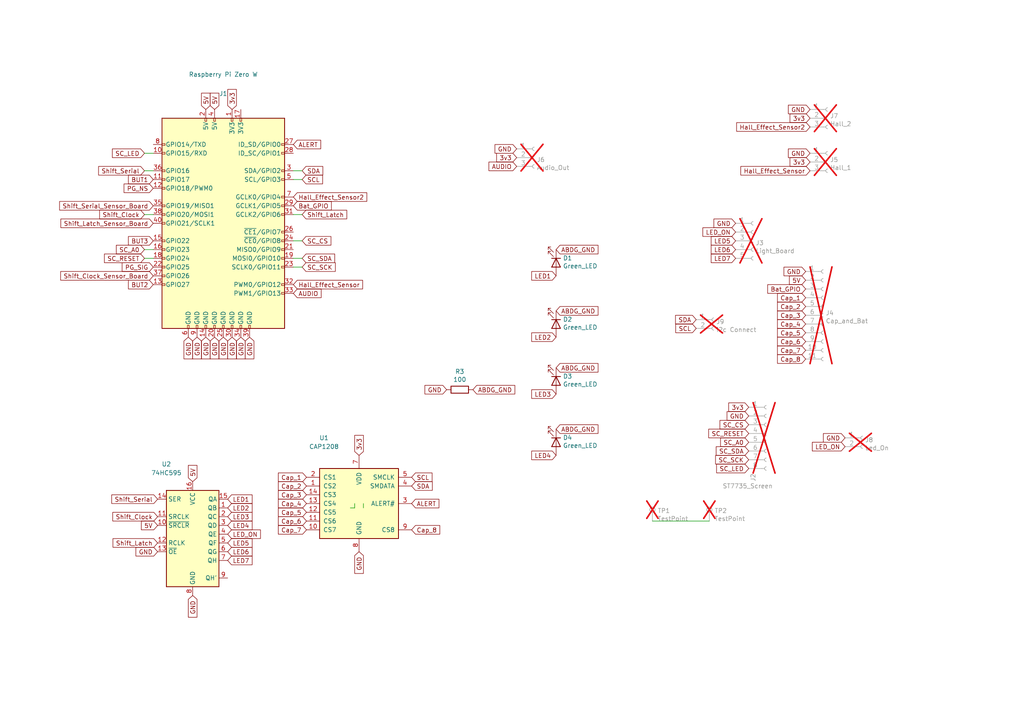
<source format=kicad_sch>
(kicad_sch (version 20231120) (generator "eeschema") (generator_version "8.0")
  (paper "A4")
  (title_block (title "Picorder 2 - TR-109 - Mainboard") (date "2024-11-19") (rev "4"))
  (lib_symbols
    (symbol "74xx:74HC595"
      (property "Reference" "U" (at -7.62 13.97 0))
      (property "Value" "74HC595" (at -7.62 -16.51 0))
      (symbol "74HC595_1_0"
        (pin tri_state line (at 10.16 7.62 180) (length 2.54) (name "QB") (number "1"))
        (pin input line (at -10.16 2.54 0) (length 2.54) (name "~{SRCLR}") (number "10"))
        (pin input line (at -10.16 5.08 0) (length 2.54) (name "SRCLK") (number "11"))
        (pin input line (at -10.16 -2.54 0) (length 2.54) (name "RCLK") (number "12"))
        (pin input line (at -10.16 -5.08 0) (length 2.54) (name "~{OE}") (number "13"))
        (pin input line (at -10.16 10.16 0) (length 2.54) (name "SER") (number "14"))
        (pin tri_state line (at 10.16 10.16 180) (length 2.54) (name "QA") (number "15"))
        (pin power_in line (at 0 15.24 270) (length 2.54) (name "VCC") (number "16"))
        (pin tri_state line (at 10.16 5.08 180) (length 2.54) (name "QC") (number "2"))
        (pin tri_state line (at 10.16 2.54 180) (length 2.54) (name "QD") (number "3"))
        (pin tri_state line (at 10.16 0 180) (length 2.54) (name "QE") (number "4"))
        (pin tri_state line (at 10.16 -2.54 180) (length 2.54) (name "QF") (number "5"))
        (pin tri_state line (at 10.16 -5.08 180) (length 2.54) (name "QG") (number "6"))
        (pin tri_state line (at 10.16 -7.62 180) (length 2.54) (name "QH") (number "7"))
        (pin power_in line (at 0 -17.78 90) (length 2.54) (name "GND") (number "8"))
        (pin output line (at 10.16 -12.7 180) (length 2.54) (name "QH'") (number "9"))
      )
      (symbol "74HC595_1_1"
        (rectangle (start -7.62 12.7) (end 7.62 -15.24) (stroke (width 0.254)) (fill (type background)))
      )
    )
    (symbol "Connector:Conn_01x02_Female" (pin_names (offset 1.016) hide)
      (property "Reference" "J" (at 0 2.54 0))
      (property "Value" "Conn_01x02_Female" (at 0 -5.08 0))
      (symbol "Conn_01x02_Female_1_1"
        (arc (start 0 -2.032) (mid -0.5058 -2.54) (end 0 -3.048) (stroke (width 0.1524)))
        (polyline (pts (xy -1.27 -2.54) (xy -0.508 -2.54)) (stroke (width 0.1524)))
        (polyline (pts (xy -1.27 0) (xy -0.508 0)) (stroke (width 0.1524)))
        (arc (start 0 0.508) (mid -0.5058 0) (end 0 -0.508) (stroke (width 0.1524)))
        (pin passive line (at -5.08 0 0) (length 3.81) (name "Pin_1") (number "1"))
        (pin passive line (at -5.08 -2.54 0) (length 3.81) (name "Pin_2") (number "2"))
      )
    )
    (symbol "Connector:Conn_01x03_Female" (pin_names (offset 1.016) hide)
      (property "Reference" "J" (at 0 5.08 0))
      (property "Value" "Conn_01x03_Female" (at 0 -5.08 0))
      (symbol "Conn_01x03_Female_1_1"
        (arc (start 0 -2.032) (mid -0.5058 -2.54) (end 0 -3.048) (stroke (width 0.1524)))
        (polyline (pts (xy -1.27 -2.54) (xy -0.508 -2.54)) (stroke (width 0.1524)))
        (polyline (pts (xy -1.27 0) (xy -0.508 0)) (stroke (width 0.1524)))
        (polyline (pts (xy -1.27 2.54) (xy -0.508 2.54)) (stroke (width 0.1524)))
        (arc (start 0 0.508) (mid -0.5058 0) (end 0 -0.508) (stroke (width 0.1524)))
        (arc (start 0 3.048) (mid -0.5058 2.54) (end 0 2.032) (stroke (width 0.1524)))
        (pin passive line (at -5.08 2.54 0) (length 3.81) (name "Pin_1") (number "1"))
        (pin passive line (at -5.08 0 0) (length 3.81) (name "Pin_2") (number "2"))
        (pin passive line (at -5.08 -2.54 0) (length 3.81) (name "Pin_3") (number "3"))
      )
    )
    (symbol "Connector:Conn_01x03_Socket" (pin_names (offset 1.016) hide)
      (property "Reference" "J" (at 0 5.08 0))
      (property "Value" "Conn_01x03_Socket" (at 0 -5.08 0))
      (symbol "Conn_01x03_Socket_1_1"
        (arc (start 0 -2.032) (mid -0.5058 -2.54) (end 0 -3.048) (stroke (width 0.1524)))
        (polyline (pts (xy -1.27 -2.54) (xy -0.508 -2.54)) (stroke (width 0.1524)))
        (polyline (pts (xy -1.27 0) (xy -0.508 0)) (stroke (width 0.1524)))
        (polyline (pts (xy -1.27 2.54) (xy -0.508 2.54)) (stroke (width 0.1524)))
        (arc (start 0 0.508) (mid -0.5058 0) (end 0 -0.508) (stroke (width 0.1524)))
        (arc (start 0 3.048) (mid -0.5058 2.54) (end 0 2.032) (stroke (width 0.1524)))
        (pin passive line (at -5.08 2.54 0) (length 3.81) (name "Pin_1") (number "1"))
        (pin passive line (at -5.08 0 0) (length 3.81) (name "Pin_2") (number "2"))
        (pin passive line (at -5.08 -2.54 0) (length 3.81) (name "Pin_3") (number "3"))
      )
    )
    (symbol "Connector:Conn_01x05_Female" (pin_names (offset 1.016) hide)
      (property "Reference" "J" (at 0 7.62 0))
      (property "Value" "Conn_01x05_Female" (at 0 -7.62 0))
      (symbol "Conn_01x05_Female_1_1"
        (arc (start 0 -4.572) (mid -0.5058 -5.08) (end 0 -5.588) (stroke (width 0.1524)))
        (arc (start 0 -2.032) (mid -0.5058 -2.54) (end 0 -3.048) (stroke (width 0.1524)))
        (polyline (pts (xy -1.27 -5.08) (xy -0.508 -5.08)) (stroke (width 0.1524)))
        (polyline (pts (xy -1.27 -2.54) (xy -0.508 -2.54)) (stroke (width 0.1524)))
        (polyline (pts (xy -1.27 0) (xy -0.508 0)) (stroke (width 0.1524)))
        (polyline (pts (xy -1.27 2.54) (xy -0.508 2.54)) (stroke (width 0.1524)))
        (polyline (pts (xy -1.27 5.08) (xy -0.508 5.08)) (stroke (width 0.1524)))
        (arc (start 0 0.508) (mid -0.5058 0) (end 0 -0.508) (stroke (width 0.1524)))
        (arc (start 0 3.048) (mid -0.5058 2.54) (end 0 2.032) (stroke (width 0.1524)))
        (arc (start 0 5.588) (mid -0.5058 5.08) (end 0 4.572) (stroke (width 0.1524)))
        (pin passive line (at -5.08 5.08 0) (length 3.81) (name "Pin_1") (number "1"))
        (pin passive line (at -5.08 2.54 0) (length 3.81) (name "Pin_2") (number "2"))
        (pin passive line (at -5.08 0 0) (length 3.81) (name "Pin_3") (number "3"))
        (pin passive line (at -5.08 -2.54 0) (length 3.81) (name "Pin_4") (number "4"))
        (pin passive line (at -5.08 -5.08 0) (length 3.81) (name "Pin_5") (number "5"))
      )
    )
    (symbol "Connector:Conn_01x08_Female" (pin_names (offset 1.016) hide)
      (property "Reference" "J" (at 0 10.16 0))
      (property "Value" "Conn_01x08_Female" (at 0 -12.7 0))
      (symbol "Conn_01x08_Female_1_1"
        (arc (start 0 -9.652) (mid -0.5058 -10.16) (end 0 -10.668) (stroke (width 0.1524)))
        (arc (start 0 -7.112) (mid -0.5058 -7.62) (end 0 -8.128) (stroke (width 0.1524)))
        (arc (start 0 -4.572) (mid -0.5058 -5.08) (end 0 -5.588) (stroke (width 0.1524)))
        (arc (start 0 -2.032) (mid -0.5058 -2.54) (end 0 -3.048) (stroke (width 0.1524)))
        (polyline (pts (xy -1.27 -10.16) (xy -0.508 -10.16)) (stroke (width 0.1524)))
        (polyline (pts (xy -1.27 -7.62) (xy -0.508 -7.62)) (stroke (width 0.1524)))
        (polyline (pts (xy -1.27 -5.08) (xy -0.508 -5.08)) (stroke (width 0.1524)))
        (polyline (pts (xy -1.27 -2.54) (xy -0.508 -2.54)) (stroke (width 0.1524)))
        (polyline (pts (xy -1.27 0) (xy -0.508 0)) (stroke (width 0.1524)))
        (polyline (pts (xy -1.27 2.54) (xy -0.508 2.54)) (stroke (width 0.1524)))
        (polyline (pts (xy -1.27 5.08) (xy -0.508 5.08)) (stroke (width 0.1524)))
        (polyline (pts (xy -1.27 7.62) (xy -0.508 7.62)) (stroke (width 0.1524)))
        (arc (start 0 0.508) (mid -0.5058 0) (end 0 -0.508) (stroke (width 0.1524)))
        (arc (start 0 3.048) (mid -0.5058 2.54) (end 0 2.032) (stroke (width 0.1524)))
        (arc (start 0 5.588) (mid -0.5058 5.08) (end 0 4.572) (stroke (width 0.1524)))
        (arc (start 0 8.128) (mid -0.5058 7.62) (end 0 7.112) (stroke (width 0.1524)))
        (pin passive line (at -5.08 7.62 0) (length 3.81) (name "Pin_1") (number "1"))
        (pin passive line (at -5.08 5.08 0) (length 3.81) (name "Pin_2") (number "2"))
        (pin passive line (at -5.08 2.54 0) (length 3.81) (name "Pin_3") (number "3"))
        (pin passive line (at -5.08 0 0) (length 3.81) (name "Pin_4") (number "4"))
        (pin passive line (at -5.08 -2.54 0) (length 3.81) (name "Pin_5") (number "5"))
        (pin passive line (at -5.08 -5.08 0) (length 3.81) (name "Pin_6") (number "6"))
        (pin passive line (at -5.08 -7.62 0) (length 3.81) (name "Pin_7") (number "7"))
        (pin passive line (at -5.08 -10.16 0) (length 3.81) (name "Pin_8") (number "8"))
      )
    )
    (symbol "Connector:Conn_01x11_Female" (pin_names (offset 1.016) hide)
      (property "Reference" "J" (at 0 15.24 0))
      (property "Value" "Conn_01x11_Female" (at 0 -15.24 0))
      (symbol "Conn_01x11_Female_1_1"
        (arc (start 0 -12.192) (mid -0.5058 -12.7) (end 0 -13.208) (stroke (width 0.1524)))
        (arc (start 0 -9.652) (mid -0.5058 -10.16) (end 0 -10.668) (stroke (width 0.1524)))
        (arc (start 0 -7.112) (mid -0.5058 -7.62) (end 0 -8.128) (stroke (width 0.1524)))
        (arc (start 0 -4.572) (mid -0.5058 -5.08) (end 0 -5.588) (stroke (width 0.1524)))
        (arc (start 0 -2.032) (mid -0.5058 -2.54) (end 0 -3.048) (stroke (width 0.1524)))
        (polyline (pts (xy -1.27 -12.7) (xy -0.508 -12.7)) (stroke (width 0.1524)))
        (polyline (pts (xy -1.27 -10.16) (xy -0.508 -10.16)) (stroke (width 0.1524)))
        (polyline (pts (xy -1.27 -7.62) (xy -0.508 -7.62)) (stroke (width 0.1524)))
        (polyline (pts (xy -1.27 -5.08) (xy -0.508 -5.08)) (stroke (width 0.1524)))
        (polyline (pts (xy -1.27 -2.54) (xy -0.508 -2.54)) (stroke (width 0.1524)))
        (polyline (pts (xy -1.27 0) (xy -0.508 0)) (stroke (width 0.1524)))
        (polyline (pts (xy -1.27 2.54) (xy -0.508 2.54)) (stroke (width 0.1524)))
        (polyline (pts (xy -1.27 5.08) (xy -0.508 5.08)) (stroke (width 0.1524)))
        (polyline (pts (xy -1.27 7.62) (xy -0.508 7.62)) (stroke (width 0.1524)))
        (polyline (pts (xy -1.27 10.16) (xy -0.508 10.16)) (stroke (width 0.1524)))
        (polyline (pts (xy -1.27 12.7) (xy -0.508 12.7)) (stroke (width 0.1524)))
        (arc (start 0 0.508) (mid -0.5058 0) (end 0 -0.508) (stroke (width 0.1524)))
        (arc (start 0 3.048) (mid -0.5058 2.54) (end 0 2.032) (stroke (width 0.1524)))
        (arc (start 0 5.588) (mid -0.5058 5.08) (end 0 4.572) (stroke (width 0.1524)))
        (arc (start 0 8.128) (mid -0.5058 7.62) (end 0 7.112) (stroke (width 0.1524)))
        (arc (start 0 10.668) (mid -0.5058 10.16) (end 0 9.652) (stroke (width 0.1524)))
        (arc (start 0 13.208) (mid -0.5058 12.7) (end 0 12.192) (stroke (width 0.1524)))
        (pin passive line (at -5.08 12.7 0) (length 3.81) (name "Pin_1") (number "1"))
        (pin passive line (at -5.08 -10.16 0) (length 3.81) (name "Pin_10") (number "10"))
        (pin passive line (at -5.08 -12.7 0) (length 3.81) (name "Pin_11") (number "11"))
        (pin passive line (at -5.08 10.16 0) (length 3.81) (name "Pin_2") (number "2"))
        (pin passive line (at -5.08 7.62 0) (length 3.81) (name "Pin_3") (number "3"))
        (pin passive line (at -5.08 5.08 0) (length 3.81) (name "Pin_4") (number "4"))
        (pin passive line (at -5.08 2.54 0) (length 3.81) (name "Pin_5") (number "5"))
        (pin passive line (at -5.08 0 0) (length 3.81) (name "Pin_6") (number "6"))
        (pin passive line (at -5.08 -2.54 0) (length 3.81) (name "Pin_7") (number "7"))
        (pin passive line (at -5.08 -5.08 0) (length 3.81) (name "Pin_8") (number "8"))
        (pin passive line (at -5.08 -7.62 0) (length 3.81) (name "Pin_9") (number "9"))
      )
    )
    (symbol "Connector:Raspberry_Pi_2_3" (pin_names (offset 1.016))
      (property "Reference" "J" (at -17.78 31.75 0))
      (property "Value" "Raspberry_Pi_2_3" (at 10.16 -31.75 0))
      (symbol "Raspberry_Pi_2_3_0_1"
        (rectangle (start -17.78 30.48) (end 17.78 -30.48) (stroke (width 0.254)) (fill (type background)))
      )
      (symbol "Raspberry_Pi_2_3_1_1"
        (rectangle (start -16.891 -17.526) (end -17.78 -18.034))
        (rectangle (start -16.891 -14.986) (end -17.78 -15.494))
        (rectangle (start -16.891 -12.446) (end -17.78 -12.954))
        (rectangle (start -16.891 -9.906) (end -17.78 -10.414))
        (rectangle (start -16.891 -7.366) (end -17.78 -7.874))
        (rectangle (start -16.891 -4.826) (end -17.78 -5.334))
        (rectangle (start -16.891 0.254) (end -17.78 -0.254))
        (rectangle (start -16.891 2.794) (end -17.78 2.286))
        (rectangle (start -16.891 5.334) (end -17.78 4.826))
        (rectangle (start -16.891 10.414) (end -17.78 9.906))
        (rectangle (start -16.891 12.954) (end -17.78 12.446))
        (rectangle (start -16.891 15.494) (end -17.78 14.986))
        (rectangle (start -16.891 20.574) (end -17.78 20.066))
        (rectangle (start -16.891 23.114) (end -17.78 22.606))
        (rectangle (start -10.414 -29.591) (end -9.906 -30.48))
        (rectangle (start -7.874 -29.591) (end -7.366 -30.48))
        (rectangle (start -5.334 -29.591) (end -4.826 -30.48))
        (rectangle (start -5.334 30.48) (end -4.826 29.591))
        (rectangle (start -2.794 -29.591) (end -2.286 -30.48))
        (rectangle (start -2.794 30.48) (end -2.286 29.591))
        (rectangle (start -0.254 -29.591) (end 0.254 -30.48))
        (rectangle (start 2.286 -29.591) (end 2.794 -30.48))
        (rectangle (start 2.286 30.48) (end 2.794 29.591))
        (rectangle (start 4.826 -29.591) (end 5.334 -30.48))
        (rectangle (start 4.826 30.48) (end 5.334 29.591))
        (rectangle (start 7.366 -29.591) (end 7.874 -30.48))
        (rectangle (start 17.78 -20.066) (end 16.891 -20.574))
        (rectangle (start 17.78 -17.526) (end 16.891 -18.034))
        (rectangle (start 17.78 -12.446) (end 16.891 -12.954))
        (rectangle (start 17.78 -9.906) (end 16.891 -10.414))
        (rectangle (start 17.78 -7.366) (end 16.891 -7.874))
        (rectangle (start 17.78 -4.826) (end 16.891 -5.334))
        (rectangle (start 17.78 -2.286) (end 16.891 -2.794))
        (rectangle (start 17.78 2.794) (end 16.891 2.286))
        (rectangle (start 17.78 5.334) (end 16.891 4.826))
        (rectangle (start 17.78 7.874) (end 16.891 7.366))
        (rectangle (start 17.78 12.954) (end 16.891 12.446))
        (rectangle (start 17.78 15.494) (end 16.891 14.986))
        (rectangle (start 17.78 20.574) (end 16.891 20.066))
        (rectangle (start 17.78 23.114) (end 16.891 22.606))
        (pin power_in line (at 2.54 33.02 270) (length 2.54) (name "3V3") (number "1"))
        (pin bidirectional line (at -20.32 20.32 0) (length 2.54) (name "GPIO15/RXD") (number "10"))
        (pin bidirectional line (at -20.32 12.7 0) (length 2.54) (name "GPIO17") (number "11"))
        (pin bidirectional line (at -20.32 10.16 0) (length 2.54) (name "GPIO18/PWM0") (number "12"))
        (pin bidirectional line (at -20.32 -17.78 0) (length 2.54) (name "GPIO27") (number "13"))
        (pin power_in line (at -5.08 -33.02 90) (length 2.54) (name "GND") (number "14"))
        (pin bidirectional line (at -20.32 -5.08 0) (length 2.54) (name "GPIO22") (number "15"))
        (pin bidirectional line (at -20.32 -7.62 0) (length 2.54) (name "GPIO23") (number "16"))
        (pin power_in line (at 5.08 33.02 270) (length 2.54) (name "3V3") (number "17"))
        (pin bidirectional line (at -20.32 -10.16 0) (length 2.54) (name "GPIO24") (number "18"))
        (pin bidirectional line (at 20.32 -10.16 180) (length 2.54) (name "MOSI0/GPIO10") (number "19"))
        (pin power_in line (at -5.08 33.02 270) (length 2.54) (name "5V") (number "2"))
        (pin power_in line (at -2.54 -33.02 90) (length 2.54) (name "GND") (number "20"))
        (pin bidirectional line (at 20.32 -7.62 180) (length 2.54) (name "MISO0/GPIO9") (number "21"))
        (pin bidirectional line (at -20.32 -12.7 0) (length 2.54) (name "GPIO25") (number "22"))
        (pin bidirectional line (at 20.32 -12.7 180) (length 2.54) (name "SCLK0/GPIO11") (number "23"))
        (pin bidirectional line (at 20.32 -5.08 180) (length 2.54) (name "~{CE0}/GPIO8") (number "24"))
        (pin power_in line (at 0 -33.02 90) (length 2.54) (name "GND") (number "25"))
        (pin bidirectional line (at 20.32 -2.54 180) (length 2.54) (name "~{CE1}/GPIO7") (number "26"))
        (pin bidirectional line (at 20.32 22.86 180) (length 2.54) (name "ID_SD/GPIO0") (number "27"))
        (pin bidirectional line (at 20.32 20.32 180) (length 2.54) (name "ID_SC/GPIO1") (number "28"))
        (pin bidirectional line (at 20.32 5.08 180) (length 2.54) (name "GCLK1/GPIO5") (number "29"))
        (pin bidirectional line (at 20.32 15.24 180) (length 2.54) (name "SDA/GPIO2") (number "3"))
        (pin power_in line (at 2.54 -33.02 90) (length 2.54) (name "GND") (number "30"))
        (pin bidirectional line (at 20.32 2.54 180) (length 2.54) (name "GCLK2/GPIO6") (number "31"))
        (pin bidirectional line (at 20.32 -17.78 180) (length 2.54) (name "PWM0/GPIO12") (number "32"))
        (pin bidirectional line (at 20.32 -20.32 180) (length 2.54) (name "PWM1/GPIO13") (number "33"))
        (pin power_in line (at 5.08 -33.02 90) (length 2.54) (name "GND") (number "34"))
        (pin bidirectional line (at -20.32 5.08 0) (length 2.54) (name "GPIO19/MISO1") (number "35"))
        (pin bidirectional line (at -20.32 15.24 0) (length 2.54) (name "GPIO16") (number "36"))
        (pin bidirectional line (at -20.32 -15.24 0) (length 2.54) (name "GPIO26") (number "37"))
        (pin bidirectional line (at -20.32 2.54 0) (length 2.54) (name "GPIO20/MOSI1") (number "38"))
        (pin power_in line (at 7.62 -33.02 90) (length 2.54) (name "GND") (number "39"))
        (pin power_in line (at -2.54 33.02 270) (length 2.54) (name "5V") (number "4"))
        (pin bidirectional line (at -20.32 0 0) (length 2.54) (name "GPIO21/SCLK1") (number "40"))
        (pin bidirectional line (at 20.32 12.7 180) (length 2.54) (name "SCL/GPIO3") (number "5"))
        (pin power_in line (at -10.16 -33.02 90) (length 2.54) (name "GND") (number "6"))
        (pin bidirectional line (at 20.32 7.62 180) (length 2.54) (name "GCLK0/GPIO4") (number "7"))
        (pin bidirectional line (at -20.32 22.86 0) (length 2.54) (name "GPIO14/TXD") (number "8"))
        (pin power_in line (at -7.62 -33.02 90) (length 2.54) (name "GND") (number "9"))
      )
    )
    (symbol "Connector:TestPoint" (pin_numbers hide) (pin_names (offset 0.762) hide)
      (property "Reference" "TP" (at 0 6.858 0))
      (property "Value" "TestPoint" (at 0 5.08 0))
      (symbol "TestPoint_0_1"
        (circle (center 0 3.302) (radius 0.762))
      )
      (symbol "TestPoint_1_1"
        (pin passive line (at 0 0 90) (length 2.54) (name "1") (number "1"))
      )
    )
    (symbol "Device:LED" (pin_numbers hide) (pin_names (offset 1.016) hide)
      (property "Reference" "D" (at 0 2.54 0))
      (property "Value" "LED" (at 0 -2.54 0))
      (symbol "LED_0_1"
        (polyline (pts (xy -1.27 -1.27) (xy -1.27 1.27)) (stroke (width 0.254)))
        (polyline (pts (xy -1.27 0) (xy 1.27 0)))
        (polyline (pts (xy 1.27 -1.27) (xy 1.27 1.27) (xy -1.27 0) (xy 1.27 -1.27)) (stroke (width 0.254)))
        (polyline (pts (xy -3.048 -0.762) (xy -4.572 -2.286) (xy -3.81 -2.286) (xy -4.572 -2.286) (xy -4.572 -1.524)))
        (polyline (pts (xy -1.778 -0.762) (xy -3.302 -2.286) (xy -2.54 -2.286) (xy -3.302 -2.286) (xy -3.302 -1.524)))
      )
      (symbol "LED_1_1"
        (pin passive line (at -3.81 0 0) (length 2.54) (name "K") (number "1"))
        (pin passive line (at 3.81 0 180) (length 2.54) (name "A") (number "2"))
      )
    )
    (symbol "Device:R" (pin_numbers hide) (pin_names (offset 0))
      (property "Reference" "R" (at 2.032 0 90))
      (property "Value" "R" (at 0 0 90))
      (symbol "R_0_1"
        (rectangle (start -1.016 -2.54) (end 1.016 2.54) (stroke (width 0.254)))
      )
      (symbol "R_1_1"
        (pin passive line (at 0 3.81 270) (length 1.27) (name "~") (number "1"))
        (pin passive line (at 0 -3.81 90) (length 1.27) (name "~") (number "2"))
      )
    )
    (symbol "tr109-mainboard-rescue:CAP1208-Sensor_Touch" (pin_names (offset 1.016))
      (property "Reference" "U" (at 11.43 -11.43 0))
      (property "Value" "CAP1208-Sensor_Touch" (at 10.16 16.51 0))
      (symbol "CAP1208-Sensor_Touch_1_1"
        (rectangle (start -11.43 11.43) (end 11.43 -8.89) (stroke (width 0.254)) (fill (type background)))
        (pin passive line (at -15.24 6.35 0) (length 3.81) (name "CS2") (number "1"))
        (pin passive line (at -15.24 -6.35 0) (length 3.81) (name "CS7") (number "10"))
        (pin passive line (at -15.24 -3.81 0) (length 3.81) (name "CS6") (number "11"))
        (pin passive line (at -15.24 -1.27 0) (length 3.81) (name "CS5") (number "12"))
        (pin passive line (at -15.24 1.27 0) (length 3.81) (name "CS4") (number "13"))
        (pin passive line (at -15.24 3.81 0) (length 3.81) (name "CS3") (number "14"))
        (pin passive line (at -15.24 8.89 0) (length 3.81) (name "CS1") (number "2"))
        (pin open_collector line (at 15.24 1.27 180) (length 3.81) (name "ALERT#") (number "3"))
        (pin bidirectional line (at 15.24 6.35 180) (length 3.81) (name "SMDATA") (number "4"))
        (pin input line (at 15.24 8.89 180) (length 3.81) (name "SMCLK") (number "5"))
        (pin power_in line (at 0 15.24 270) (length 3.81) (name "VDD") (number "7"))
        (pin power_in line (at 0 -12.7 90) (length 3.81) (name "GND") (number "8"))
        (pin passive line (at 15.24 -6.35 180) (length 3.81) (name "CS8") (number "9"))
      )
    )
  )
  (wire (pts (xy 87.63 69.85) (xy 85.09 69.85)))
  (wire (pts (xy 87.63 62.23) (xy 85.09 62.23)))
  (wire (pts (xy 101.6 147.32) (xy 102.87 147.32)))
  (wire (pts (xy 102.87 147.32) (xy 102.87 146.05)))
  (wire (pts (xy 41.91 72.39) (xy 44.45 72.39)))
  (wire (pts (xy 87.63 74.93) (xy 85.09 74.93)))
  (wire (pts (xy 205.74 151.13) (xy 189.23 151.13)))
  (wire (pts (xy 87.63 77.47) (xy 85.09 77.47)))
  (wire (pts (xy 87.63 52.07) (xy 85.09 52.07)))
  (wire (pts (xy 41.91 74.93) (xy 44.45 74.93)))
  (wire (pts (xy 105.41 146.05) (xy 105.41 147.32)))
  (wire (pts (xy 41.91 62.23) (xy 44.45 62.23)))
  (wire (pts (xy 87.63 49.53) (xy 85.09 49.53)))
  (wire (pts (xy 41.91 44.45) (xy 44.45 44.45)))
  (wire (pts (xy 41.91 49.53) (xy 44.45 49.53)))
  (global_label "SC_SDA" (shape input) (at 87.63 74.93 0) (property "Intersheetrefs" "${INTERSHEET_REFS}" (effects (hide yes))))
  (global_label "GND" (shape input) (at 233.68 78.74 180) (property "Intersheetrefs" "${INTERSHEET_REFS}" (effects (hide yes))))
  (global_label "Cap_4" (shape input) (at 88.9 146.05 180) (property "Intersheetrefs" "${INTERSHEET_REFS}" (effects (hide yes))))
  (global_label "SC_LED" (shape input) (at 41.91 44.45 180) (property "Intersheetrefs" "${INTERSHEET_REFS}" (effects (hide yes))))
  (global_label "Shift_Latch_Sensor_Board" (shape input) (at 44.45 64.77 180) (property "Intersheetrefs" "${INTERSHEET_REFS}" (effects (hide yes))))
  (global_label "5V" (shape input) (at 45.72 152.4 180) (property "Intersheetrefs" "${INTERSHEET_REFS}" (effects (hide yes))))
  (global_label "5V" (shape input) (at 55.88 139.7 90) (property "Intersheetrefs" "${INTERSHEET_REFS}" (effects (hide yes))))
  (global_label "ABDG_GND" (shape input) (at 137.16 113.03 0) (property "Intersheetrefs" "${INTERSHEET_REFS}" (effects (hide yes))))
  (global_label "GND" (shape input) (at 67.31 97.79 270) (property "Intersheetrefs" "${INTERSHEET_REFS}" (effects (hide yes))))
  (global_label "LED3" (shape input) (at 66.04 149.86 0) (property "Intersheetrefs" "${INTERSHEET_REFS}" (effects (hide yes))))
  (global_label "GND" (shape input) (at 213.36 64.77 180) (property "Intersheetrefs" "${INTERSHEET_REFS}" (effects (hide yes))))
  (global_label "Shift_Serial_Sensor_Board" (shape input) (at 44.45 59.69 180) (property "Intersheetrefs" "${INTERSHEET_REFS}" (effects (hide yes))))
  (global_label "SC_CS" (shape input) (at 217.17 123.19 180) (property "Intersheetrefs" "${INTERSHEET_REFS}" (effects (hide yes))))
  (global_label "LED3" (shape input) (at 161.29 114.3 180) (property "Intersheetrefs" "${INTERSHEET_REFS}" (effects (hide yes))))
  (global_label "5V" (shape input) (at 62.23 31.75 90) (property "Intersheetrefs" "${INTERSHEET_REFS}" (effects (hide yes))))
  (global_label "LED_ON" (shape input) (at 66.04 154.94 0) (property "Intersheetrefs" "${INTERSHEET_REFS}" (effects (hide yes))))
  (global_label "LED7" (shape input) (at 66.04 162.56 0) (property "Intersheetrefs" "${INTERSHEET_REFS}" (effects (hide yes))))
  (global_label "SC_SCK" (shape input) (at 217.17 133.35 180) (property "Intersheetrefs" "${INTERSHEET_REFS}" (effects (hide yes))))
  (global_label "Shift_Serial" (shape input) (at 45.72 144.78 180) (property "Intersheetrefs" "${INTERSHEET_REFS}" (effects (hide yes))))
  (global_label "SDA" (shape input) (at 201.93 92.71 180) (property "Intersheetrefs" "${INTERSHEET_REFS}" (effects (hide yes))))
  (global_label "GND" (shape input) (at 55.88 172.72 270) (property "Intersheetrefs" "${INTERSHEET_REFS}" (effects (hide yes))))
  (global_label "PG_NS" (shape input) (at 44.45 54.61 180) (property "Intersheetrefs" "${INTERSHEET_REFS}" (effects (hide yes))))
  (global_label "GND" (shape input) (at 62.23 97.79 270) (property "Intersheetrefs" "${INTERSHEET_REFS}" (effects (hide yes))))
  (global_label "3v3" (shape input) (at 149.86 45.72 180) (property "Intersheetrefs" "${INTERSHEET_REFS}" (effects (hide yes))))
  (global_label "BUT1" (shape input) (at 44.45 52.07 180) (property "Intersheetrefs" "${INTERSHEET_REFS}" (effects (hide yes))))
  (global_label "LED_ON" (shape input) (at 213.36 67.31 180) (property "Intersheetrefs" "${INTERSHEET_REFS}" (effects (hide yes))))
  (global_label "LED4" (shape input) (at 161.29 132.08 180) (property "Intersheetrefs" "${INTERSHEET_REFS}" (effects (hide yes))))
  (global_label "GND" (shape input) (at 129.54 113.03 180) (property "Intersheetrefs" "${INTERSHEET_REFS}" (effects (hide yes))))
  (global_label "Cap_5" (shape input) (at 88.9 148.59 180) (property "Intersheetrefs" "${INTERSHEET_REFS}" (effects (hide yes))))
  (global_label "SC_SDA" (shape input) (at 217.17 130.81 180) (property "Intersheetrefs" "${INTERSHEET_REFS}" (effects (hide yes))))
  (global_label "3v3" (shape input) (at 67.31 31.75 90) (property "Intersheetrefs" "${INTERSHEET_REFS}" (effects (hide yes))))
  (global_label "Cap_1" (shape input) (at 88.9 138.43 180) (property "Intersheetrefs" "${INTERSHEET_REFS}" (effects (hide yes))))
  (global_label "Cap_2" (shape input) (at 88.9 140.97 180) (property "Intersheetrefs" "${INTERSHEET_REFS}" (effects (hide yes))))
  (global_label "GND" (shape input) (at 104.14 160.02 270) (property "Intersheetrefs" "${INTERSHEET_REFS}" (effects (hide yes))))
  (global_label "SC_A0" (shape input) (at 41.91 72.39 180) (property "Intersheetrefs" "${INTERSHEET_REFS}" (effects (hide yes))))
  (global_label "AUDIO" (shape input) (at 149.86 48.26 180) (property "Intersheetrefs" "${INTERSHEET_REFS}" (effects (hide yes))))
  (global_label "LED5" (shape input) (at 66.04 157.48 0) (property "Intersheetrefs" "${INTERSHEET_REFS}" (effects (hide yes))))
  (global_label "Cap_3" (shape input) (at 88.9 143.51 180) (property "Intersheetrefs" "${INTERSHEET_REFS}" (effects (hide yes))))
  (global_label "GND" (shape input) (at 234.95 44.45 180) (property "Intersheetrefs" "${INTERSHEET_REFS}" (effects (hide yes))))
  (global_label "Cap_1" (shape input) (at 233.68 86.36 180) (property "Intersheetrefs" "${INTERSHEET_REFS}" (effects (hide yes))))
  (global_label "Shift_Clock" (shape input) (at 45.72 149.86 180) (property "Intersheetrefs" "${INTERSHEET_REFS}" (effects (hide yes))))
  (global_label "Cap_7" (shape input) (at 88.9 153.67 180) (property "Intersheetrefs" "${INTERSHEET_REFS}" (effects (hide yes))))
  (global_label "SC_CS" (shape input) (at 87.63 69.85 0) (property "Intersheetrefs" "${INTERSHEET_REFS}" (effects (hide yes))))
  (global_label "SCL" (shape input) (at 87.63 52.07 0) (property "Intersheetrefs" "${INTERSHEET_REFS}" (effects (hide yes))))
  (global_label "Cap_8" (shape input) (at 233.68 104.14 180) (property "Intersheetrefs" "${INTERSHEET_REFS}" (effects (hide yes))))
  (global_label "Cap_3" (shape input) (at 233.68 91.44 180) (property "Intersheetrefs" "${INTERSHEET_REFS}" (effects (hide yes))))
  (global_label "SC_A0" (shape input) (at 217.17 128.27 180) (property "Intersheetrefs" "${INTERSHEET_REFS}" (effects (hide yes))))
  (global_label "SC_SCK" (shape input) (at 87.63 77.47 0) (property "Intersheetrefs" "${INTERSHEET_REFS}" (effects (hide yes))))
  (global_label "ABDG_GND" (shape input) (at 161.29 106.68 0) (property "Intersheetrefs" "${INTERSHEET_REFS}" (effects (hide yes))))
  (global_label "ABDG_GND" (shape input) (at 161.29 124.46 0) (property "Intersheetrefs" "${INTERSHEET_REFS}" (effects (hide yes))))
  (global_label "3v3" (shape input) (at 104.14 132.08 90) (property "Intersheetrefs" "${INTERSHEET_REFS}" (effects (hide yes))))
  (global_label "SC_RESET" (shape input) (at 41.91 74.93 180) (property "Intersheetrefs" "${INTERSHEET_REFS}" (effects (hide yes))))
  (global_label "LED1" (shape input) (at 161.29 80.01 180) (property "Intersheetrefs" "${INTERSHEET_REFS}" (effects (hide yes))))
  (global_label "GND" (shape input) (at 245.11 127 180) (property "Intersheetrefs" "${INTERSHEET_REFS}" (effects (hide yes))))
  (global_label "LED5" (shape input) (at 213.36 69.85 180) (property "Intersheetrefs" "${INTERSHEET_REFS}" (effects (hide yes))))
  (global_label "Cap_6" (shape input) (at 88.9 151.13 180) (property "Intersheetrefs" "${INTERSHEET_REFS}" (effects (hide yes))))
  (global_label "LED2" (shape input) (at 66.04 147.32 0) (property "Intersheetrefs" "${INTERSHEET_REFS}" (effects (hide yes))))
  (global_label "Cap_6" (shape input) (at 233.68 99.06 180) (property "Intersheetrefs" "${INTERSHEET_REFS}" (effects (hide yes))))
  (global_label "5V" (shape input) (at 233.68 81.28 180) (property "Intersheetrefs" "${INTERSHEET_REFS}" (effects (hide yes))))
  (global_label "ABDG_GND" (shape input) (at 161.29 90.17 0) (property "Intersheetrefs" "${INTERSHEET_REFS}" (effects (hide yes))))
  (global_label "GND" (shape input) (at 64.77 97.79 270) (property "Intersheetrefs" "${INTERSHEET_REFS}" (effects (hide yes))))
  (global_label "ALERT" (shape input) (at 85.09 41.91 0) (property "Intersheetrefs" "${INTERSHEET_REFS}" (effects (hide yes))))
  (global_label "Bat_GPIO" (shape input) (at 233.68 83.82 180) (property "Intersheetrefs" "${INTERSHEET_REFS}" (effects (hide yes))))
  (global_label "Hall_Effect_Sensor" (shape input) (at 85.09 82.55 0) (property "Intersheetrefs" "${INTERSHEET_REFS}" (effects (hide yes))))
  (global_label "SDA" (shape input) (at 119.38 140.97 0) (property "Intersheetrefs" "${INTERSHEET_REFS}" (effects (hide yes))))
  (global_label "5V" (shape input) (at 59.69 31.75 90) (property "Intersheetrefs" "${INTERSHEET_REFS}" (effects (hide yes))))
  (global_label "GND" (shape input) (at 234.95 31.75 180) (property "Intersheetrefs" "${INTERSHEET_REFS}" (effects (hide yes))))
  (global_label "SC_LED" (shape input) (at 217.17 135.89 180) (property "Intersheetrefs" "${INTERSHEET_REFS}" (effects (hide yes))))
  (global_label "Shift_Latch" (shape input) (at 87.63 62.23 0) (property "Intersheetrefs" "${INTERSHEET_REFS}" (effects (hide yes))))
  (global_label "AUDIO" (shape input) (at 85.09 85.09 0) (property "Intersheetrefs" "${INTERSHEET_REFS}" (effects (hide yes))))
  (global_label "3v3" (shape input) (at 217.17 118.11 180) (property "Intersheetrefs" "${INTERSHEET_REFS}" (effects (hide yes))))
  (global_label "LED1" (shape input) (at 66.04 144.78 0) (property "Intersheetrefs" "${INTERSHEET_REFS}" (effects (hide yes))))
  (global_label "Bat_GPIO" (shape input) (at 85.09 59.69 0) (property "Intersheetrefs" "${INTERSHEET_REFS}" (effects (hide yes))))
  (global_label "LED6" (shape input) (at 66.04 160.02 0) (property "Intersheetrefs" "${INTERSHEET_REFS}" (effects (hide yes))))
  (global_label "LED6" (shape input) (at 213.36 72.39 180) (property "Intersheetrefs" "${INTERSHEET_REFS}" (effects (hide yes))))
  (global_label "SCL" (shape input) (at 119.38 138.43 0) (property "Intersheetrefs" "${INTERSHEET_REFS}" (effects (hide yes))))
  (global_label "3v3" (shape input) (at 234.95 34.29 180) (property "Intersheetrefs" "${INTERSHEET_REFS}" (effects (hide yes))))
  (global_label "GND" (shape input) (at 59.69 97.79 270) (property "Intersheetrefs" "${INTERSHEET_REFS}" (effects (hide yes))))
  (global_label "SC_RESET" (shape input) (at 217.17 125.73 180) (property "Intersheetrefs" "${INTERSHEET_REFS}" (effects (hide yes))))
  (global_label "GND" (shape input) (at 57.15 97.79 270) (property "Intersheetrefs" "${INTERSHEET_REFS}" (effects (hide yes))))
  (global_label "BUT3" (shape input) (at 44.45 69.85 180) (property "Intersheetrefs" "${INTERSHEET_REFS}" (effects (hide yes))))
  (global_label "ALERT" (shape input) (at 119.38 146.05 0) (property "Intersheetrefs" "${INTERSHEET_REFS}" (effects (hide yes))))
  (global_label "LED4" (shape input) (at 66.04 152.4 0) (property "Intersheetrefs" "${INTERSHEET_REFS}" (effects (hide yes))))
  (global_label "Cap_5" (shape input) (at 233.68 96.52 180) (property "Intersheetrefs" "${INTERSHEET_REFS}" (effects (hide yes))))
  (global_label "LED2" (shape input) (at 161.29 97.79 180) (property "Intersheetrefs" "${INTERSHEET_REFS}" (effects (hide yes))))
  (global_label "GND" (shape input) (at 45.72 160.02 180) (property "Intersheetrefs" "${INTERSHEET_REFS}" (effects (hide yes))))
  (global_label "SCL" (shape input) (at 201.93 95.25 180) (property "Intersheetrefs" "${INTERSHEET_REFS}" (effects (hide yes))))
  (global_label "Shift_Clock_Sensor_Board" (shape input) (at 44.45 80.01 180) (property "Intersheetrefs" "${INTERSHEET_REFS}" (effects (hide yes))))
  (global_label "Shift_Serial" (shape input) (at 41.91 49.53 180) (property "Intersheetrefs" "${INTERSHEET_REFS}" (effects (hide yes))))
  (global_label "BUT2" (shape input) (at 44.45 82.55 180) (property "Intersheetrefs" "${INTERSHEET_REFS}" (effects (hide yes))))
  (global_label "SDA" (shape input) (at 87.63 49.53 0) (property "Intersheetrefs" "${INTERSHEET_REFS}" (effects (hide yes))))
  (global_label "GND" (shape input) (at 72.39 97.79 270) (property "Intersheetrefs" "${INTERSHEET_REFS}" (effects (hide yes))))
  (global_label "Cap_7" (shape input) (at 233.68 101.6 180) (property "Intersheetrefs" "${INTERSHEET_REFS}" (effects (hide yes))))
  (global_label "GND" (shape input) (at 217.17 120.65 180) (property "Intersheetrefs" "${INTERSHEET_REFS}" (effects (hide yes))))
  (global_label "Hall_Effect_Sensor" (shape input) (at 234.95 49.53 180) (property "Intersheetrefs" "${INTERSHEET_REFS}" (effects (hide yes))))
  (global_label "Cap_2" (shape input) (at 233.68 88.9 180) (property "Intersheetrefs" "${INTERSHEET_REFS}" (effects (hide yes))))
  (global_label "GND" (shape input) (at 69.85 97.79 270) (property "Intersheetrefs" "${INTERSHEET_REFS}" (effects (hide yes))))
  (global_label "Cap_4" (shape input) (at 233.68 93.98 180) (property "Intersheetrefs" "${INTERSHEET_REFS}" (effects (hide yes))))
  (global_label "Cap_8" (shape input) (at 119.38 153.67 0) (property "Intersheetrefs" "${INTERSHEET_REFS}" (effects (hide yes))))
  (global_label "GND" (shape input) (at 149.86 43.18 180) (property "Intersheetrefs" "${INTERSHEET_REFS}" (effects (hide yes))))
  (global_label "Shift_Clock" (shape input) (at 41.91 62.23 180) (property "Intersheetrefs" "${INTERSHEET_REFS}" (effects (hide yes))))
  (global_label "LED7" (shape input) (at 213.36 74.93 180) (property "Intersheetrefs" "${INTERSHEET_REFS}" (effects (hide yes))))
  (global_label "GND" (shape input) (at 54.61 97.79 270) (property "Intersheetrefs" "${INTERSHEET_REFS}" (effects (hide yes))))
  (global_label "ABDG_GND" (shape input) (at 161.29 72.39 0) (property "Intersheetrefs" "${INTERSHEET_REFS}" (effects (hide yes))))
  (global_label "Hall_Effect_Sensor2" (shape input) (at 85.09 57.15 0) (property "Intersheetrefs" "${INTERSHEET_REFS}" (effects (hide yes))))
  (global_label "3v3" (shape input) (at 234.95 46.99 180) (property "Intersheetrefs" "${INTERSHEET_REFS}" (effects (hide yes))))
  (global_label "Hall_Effect_Sensor2" (shape input) (at 234.95 36.83 180) (property "Intersheetrefs" "${INTERSHEET_REFS}" (effects (hide yes))))
  (global_label "LED_ON" (shape input) (at 245.11 129.54 180) (property "Intersheetrefs" "${INTERSHEET_REFS}" (effects (hide yes))))
  (global_label "PG_SIG" (shape input) (at 44.45 77.47 180) (property "Intersheetrefs" "${INTERSHEET_REFS}" (effects (hide yes))))
  (global_label "Shift_Latch" (shape input) (at 45.72 157.48 180) (property "Intersheetrefs" "${INTERSHEET_REFS}" (effects (hide yes))))
  (symbol (lib_id "Connector:Raspberry_Pi_2_3") (at 64.77 64.77 0) (unit 1)
    (property "Reference" "J1" (at 64.77 27.1526 0))
    (property "Value" "Raspberry Pi Zero W" (at 64.77 21.59 0))
    (property "Footprint" "Connector_PinHeader_2.54mm:PinHeader_2x20_P2.54mm_Horizontal" (effects (hide yes)))
    (property "Datasheet" "https://www.raspberrypi.org/documentation/hardware/raspberrypi/schematics/rpi_SCH_3bplus_1p0_reduced.pdf" (effects (hide yes)))
  )
  (symbol (lib_id "Connector:Conn_01x08_Female") (at 222.25 125.73 0) (unit 1) (in_bom no) (dnp yes)
    (property "Reference" "J2" (at 218.44 139.7 90) (effects (justify left)))
    (property "Value" "ST7735_Screen" (at 209.55 140.97 0) (effects (justify left)))
    (property "Footprint" "Connector_PinHeader_2.54mm:PinHeader_1x08_P2.54mm_Vertical" (effects (hide yes)))
  )
  (symbol (lib_id "Device:LED") (at 161.29 76.2 270) (unit 1)
    (property "Reference" "D1" (at 163.2712 74.8538 90) (effects (justify left)))
    (property "Value" "Green_LED" (at 163.2712 77.1652 90) (effects (justify left)))
    (property "Footprint" "LED_THT:LED_D3.0mm" (effects (hide yes)))
  )
  (symbol (lib_id "Device:LED") (at 161.29 93.98 270) (unit 1)
    (property "Reference" "D2" (at 163.2712 92.6338 90) (effects (justify left)))
    (property "Value" "Green_LED" (at 163.2712 94.9452 90) (effects (justify left)))
    (property "Footprint" "LED_THT:LED_D3.0mm" (effects (hide yes)))
  )
  (symbol (lib_id "Device:LED") (at 161.29 110.49 270) (unit 1)
    (property "Reference" "D3" (at 163.2712 109.1438 90) (effects (justify left)))
    (property "Value" "Green_LED" (at 163.2712 111.4552 90) (effects (justify left)))
    (property "Footprint" "LED_THT:LED_D3.0mm" (effects (hide yes)))
  )
  (symbol (lib_id "Device:LED") (at 161.29 128.27 270) (unit 1)
    (property "Reference" "D4" (at 163.2712 126.9238 90) (effects (justify left)))
    (property "Value" "Green_LED" (at 163.2712 129.2352 90) (effects (justify left)))
    (property "Footprint" "LED_THT:LED_D3.0mm" (effects (hide yes)))
  )
  (symbol (lib_id "74xx:74HC595") (at 55.88 154.94 0) (unit 1)
    (property "Reference" "U2" (at 48.26 134.62 0))
    (property "Value" "74HC595" (at 48.26 137.16 0))
    (property "Footprint" "Package_SO:SOIC-16_3.9x9.9mm_P1.27mm" (effects (hide yes)))
    (property "Datasheet" "http://www.ti.com/lit/ds/symlink/sn74hc595.pdf" (effects (hide yes)))
  )
  (symbol (lib_id "tr109-mainboard-rescue:CAP1208-Sensor_Touch") (at 104.14 147.32 0) (unit 1)
    (property "Reference" "U1" (at 93.98 127 0))
    (property "Value" "CAP1208" (at 93.98 129.54 0))
    (property "Footprint" "Package_SO:SOIC-14_3.9x8.7mm_P1.27mm" (effects (hide yes)))
    (property "Datasheet" "http://ww1.microchip.com/downloads/en/DeviceDoc/00001567B.pdf" (effects (hide yes)))
  )
  (symbol (lib_id "Connector:Conn_01x05_Female") (at 218.44 69.85 0) (unit 1) (in_bom no) (dnp yes)
    (property "Reference" "J3" (at 219.1512 70.4596 0) (effects (justify left)))
    (property "Value" "Light_Board" (at 219.1512 72.771 0) (effects (justify left)))
    (property "Footprint" "Connector_PinHeader_2.54mm:PinHeader_1x05_P2.54mm_Vertical" (effects (hide yes)))
  )
  (symbol (lib_id "Connector:Conn_01x11_Female") (at 238.76 91.44 0) (unit 1) (in_bom no) (dnp yes)
    (property "Reference" "J4" (at 239.4712 90.7796 0) (effects (justify left)))
    (property "Value" "Cap_and_Bat" (at 239.4712 93.091 0) (effects (justify left)))
    (property "Footprint" "Connector_PinHeader_2.54mm:PinHeader_1x11_P2.54mm_Vertical" (effects (hide yes)))
  )
  (symbol (lib_id "Connector:Conn_01x03_Female") (at 240.03 46.99 0) (unit 1) (in_bom no) (dnp yes)
    (property "Reference" "J5" (at 240.7412 46.3296 0) (effects (justify left)))
    (property "Value" "Hall_1" (at 240.7412 48.641 0) (effects (justify left)))
    (property "Footprint" "Connector_PinHeader_2.54mm:PinHeader_1x03_P2.54mm_Vertical" (effects (hide yes)))
  )
  (symbol (lib_id "Device:R") (at 133.35 113.03 270) (unit 1)
    (property "Reference" "R3" (at 133.35 107.7722 90))
    (property "Value" "100" (at 133.35 110.0836 90))
    (property "Footprint" "Resistor_SMD:R_0805_2012Metric_Pad1.20x1.40mm_HandSolder" (effects (hide yes)))
  )
  (symbol (lib_id "Connector:TestPoint") (at 205.74 151.13 0) (unit 1) (in_bom no) (dnp yes)
    (property "Reference" "TP2" (at 207.2132 148.1328 0) (effects (justify left)))
    (property "Value" "TestPoint" (at 207.2132 150.4442 0) (effects (justify left)))
    (property "Footprint" "TestPoint:TestPoint_Pad_1.0x1.0mm" (effects (hide yes)))
  )
  (symbol (lib_id "Connector:TestPoint") (at 189.23 151.13 0) (unit 1) (in_bom no) (dnp yes)
    (property "Reference" "TP1" (at 190.7032 148.1328 0) (effects (justify left)))
    (property "Value" "TestPoint" (at 190.7032 150.4442 0) (effects (justify left)))
    (property "Footprint" "TestPoint:TestPoint_Pad_1.0x1.0mm" (effects (hide yes)))
  )
  (symbol (lib_id "Connector:Conn_01x03_Female") (at 240.03 34.29 0) (unit 1) (in_bom no) (dnp yes)
    (property "Reference" "J7" (at 240.7412 33.6296 0) (effects (justify left)))
    (property "Value" "Hall_2" (at 240.7412 35.941 0) (effects (justify left)))
    (property "Footprint" "Connector_PinHeader_2.54mm:PinHeader_1x03_P2.54mm_Vertical" (effects (hide yes)))
  )
  (symbol (lib_id "Connector:Conn_01x02_Female") (at 250.19 127 0) (unit 1) (in_bom no) (dnp yes)
    (property "Reference" "J8" (at 250.9012 127.6096 0) (effects (justify left)))
    (property "Value" "Led_On" (at 250.9012 129.921 0) (effects (justify left)))
    (property "Footprint" "Connector_PinHeader_2.54mm:PinHeader_1x02_P2.54mm_Vertical" (effects (hide yes)))
  )
  (symbol (lib_id "Connector:Conn_01x03_Socket") (at 154.94 45.72 0) (unit 1) (in_bom no) (dnp yes)
    (property "Reference" "J6" (at 155.6512 46.3296 0) (effects (justify left)))
    (property "Value" "Audio_Out" (at 155.6512 48.641 0) (effects (justify left)))
    (property "Footprint" "Connector_PinHeader_2.54mm:PinHeader_1x03_P2.54mm_Vertical" (effects (hide yes)))
    (property "Description" "Generic connector, single row, 01x03, script generated" (effects (hide yes)))
  )
  (symbol (lib_id "Connector:Conn_01x02_Female") (at 207.01 92.71 0) (unit 1) (in_bom no) (dnp yes)
    (property "Reference" "J9" (at 207.7212 93.3196 0) (effects (justify left)))
    (property "Value" "i2c Connect" (at 207.7212 95.631 0) (effects (justify left)))
    (property "Footprint" "Connector_PinHeader_2.54mm:PinHeader_1x02_P2.54mm_Vertical" (effects (hide yes)))
  )
)
</source>
